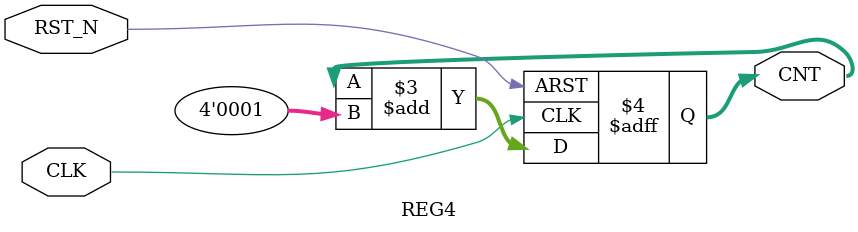
<source format=v>
module REG4(
    input CLK,RST_N,
	output reg [3:0] CNT);
	
	always@(posedge CLK or negedge RST_N)
	begin
	if(RST_N==0)
	    CNT <= 4'b0;
	else
	    CNT <= CNT + 4'b1;
	end
	
endmodule
</source>
